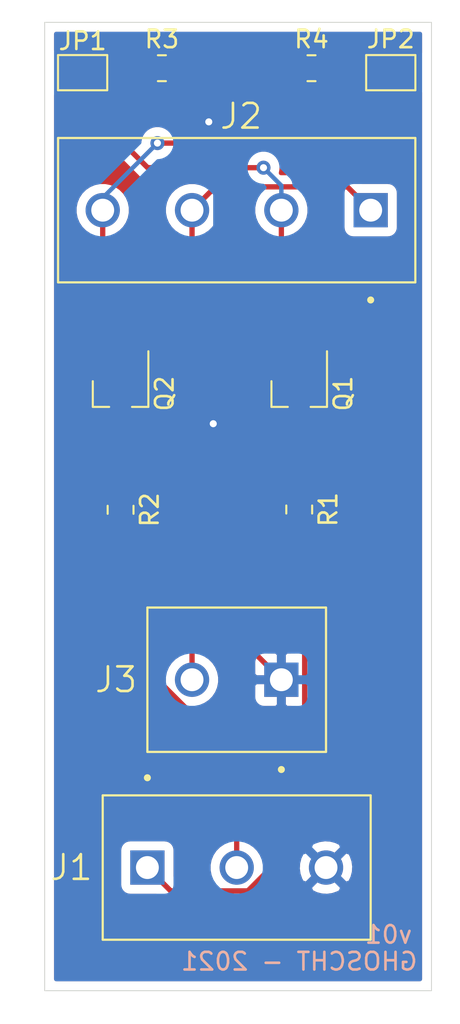
<source format=kicad_pcb>
(kicad_pcb (version 20171130) (host pcbnew "(5.1.10)-1")

  (general
    (thickness 1.6)
    (drawings 6)
    (tracks 48)
    (zones 0)
    (modules 11)
    (nets 11)
  )

  (page A4)
  (title_block
    (title "LED Module")
    (date 2021-08-19)
    (rev v01)
    (comment 4 "Author: GHOSCHT")
  )

  (layers
    (0 F.Cu signal)
    (31 B.Cu signal)
    (32 B.Adhes user)
    (33 F.Adhes user)
    (34 B.Paste user)
    (35 F.Paste user)
    (36 B.SilkS user)
    (37 F.SilkS user)
    (38 B.Mask user)
    (39 F.Mask user)
    (40 Dwgs.User user)
    (41 Cmts.User user)
    (42 Eco1.User user)
    (43 Eco2.User user)
    (44 Edge.Cuts user)
    (45 Margin user)
    (46 B.CrtYd user)
    (47 F.CrtYd user)
    (48 B.Fab user)
    (49 F.Fab user)
  )

  (setup
    (last_trace_width 0.25)
    (user_trace_width 0.3)
    (trace_clearance 0.2)
    (zone_clearance 0.508)
    (zone_45_only no)
    (trace_min 0.2)
    (via_size 0.8)
    (via_drill 0.4)
    (via_min_size 0.4)
    (via_min_drill 0.3)
    (uvia_size 0.3)
    (uvia_drill 0.1)
    (uvias_allowed no)
    (uvia_min_size 0.2)
    (uvia_min_drill 0.1)
    (edge_width 0.05)
    (segment_width 0.2)
    (pcb_text_width 0.3)
    (pcb_text_size 1.5 1.5)
    (mod_edge_width 0.12)
    (mod_text_size 1 1)
    (mod_text_width 0.15)
    (pad_size 1.524 1.524)
    (pad_drill 0.762)
    (pad_to_mask_clearance 0)
    (aux_axis_origin 0 0)
    (visible_elements 7FFFFFFF)
    (pcbplotparams
      (layerselection 0x010fc_ffffffff)
      (usegerberextensions false)
      (usegerberattributes true)
      (usegerberadvancedattributes true)
      (creategerberjobfile true)
      (excludeedgelayer true)
      (linewidth 0.100000)
      (plotframeref false)
      (viasonmask false)
      (mode 1)
      (useauxorigin false)
      (hpglpennumber 1)
      (hpglpenspeed 20)
      (hpglpendiameter 15.000000)
      (psnegative false)
      (psa4output false)
      (plotreference true)
      (plotvalue true)
      (plotinvisibletext false)
      (padsonsilk false)
      (subtractmaskfromsilk false)
      (outputformat 1)
      (mirror false)
      (drillshape 0)
      (scaleselection 1)
      (outputdirectory "Gerber/"))
  )

  (net 0 "")
  (net 1 "Net-(Q1-Pad1)")
  (net 2 "Net-(Q2-Pad1)")
  (net 3 SIG1)
  (net 4 SIG2)
  (net 5 GND)
  (net 6 VCC)
  (net 7 LED1N)
  (net 8 LED2N)
  (net 9 "Net-(JP1-Pad2)")
  (net 10 "Net-(JP2-Pad2)")

  (net_class Default "This is the default net class."
    (clearance 0.2)
    (trace_width 0.25)
    (via_dia 0.8)
    (via_drill 0.4)
    (uvia_dia 0.3)
    (uvia_drill 0.1)
    (add_net GND)
    (add_net LED1N)
    (add_net LED2N)
    (add_net "Net-(JP1-Pad2)")
    (add_net "Net-(JP2-Pad2)")
    (add_net "Net-(Q1-Pad1)")
    (add_net "Net-(Q2-Pad1)")
    (add_net SIG1)
    (add_net SIG2)
    (add_net VCC)
  )

  (module CUI_TB006-508-03BE:CUI_TB006-508-03BE (layer F.Cu) (tedit 6113F46A) (tstamp 611C5DC1)
    (at 142.494 94.742)
    (path /611C0292)
    (fp_text reference J1 (at -4.318 0) (layer F.SilkS)
      (effects (font (size 1.4 1.4) (thickness 0.15)))
    )
    (fp_text value Screw_Terminal_01x03 (at 4.826 5.842) (layer F.Fab)
      (effects (font (size 1.4 1.4) (thickness 0.15)))
    )
    (fp_circle (center 0 -5.1) (end 0.1 -5.1) (layer F.Fab) (width 0.2))
    (fp_circle (center 0 -5.1) (end 0.1 -5.1) (layer F.SilkS) (width 0.2))
    (fp_line (start 12.95 -4.35) (end 12.95 4.35) (layer F.CrtYd) (width 0.05))
    (fp_line (start -2.79 4.35) (end -2.79 -4.35) (layer F.CrtYd) (width 0.05))
    (fp_line (start 12.95 4.35) (end -2.79 4.35) (layer F.CrtYd) (width 0.05))
    (fp_line (start -2.79 -4.35) (end 12.95 -4.35) (layer F.CrtYd) (width 0.05))
    (fp_line (start 12.7 4.1) (end -2.54 4.1) (layer F.SilkS) (width 0.127))
    (fp_line (start -2.54 -4.1) (end 12.7 -4.1) (layer F.SilkS) (width 0.127))
    (fp_line (start 12.7 -4.1) (end 12.7 4.1) (layer F.SilkS) (width 0.127))
    (fp_line (start -2.54 4.1) (end -2.54 -4.1) (layer F.SilkS) (width 0.127))
    (fp_line (start 12.7 4.1) (end -2.54 4.1) (layer F.Fab) (width 0.127))
    (fp_line (start 12.7 -4.1) (end 12.7 4.1) (layer F.Fab) (width 0.127))
    (fp_line (start -2.54 -4.1) (end 12.7 -4.1) (layer F.Fab) (width 0.127))
    (fp_line (start -2.54 4.1) (end -2.54 -4.1) (layer F.Fab) (width 0.127))
    (pad 1 thru_hole rect (at 0 0) (size 1.95 1.95) (drill 1.3) (layers *.Cu *.Mask)
      (net 3 SIG1))
    (pad 2 thru_hole circle (at 5.08 0) (size 1.95 1.95) (drill 1.3) (layers *.Cu *.Mask)
      (net 4 SIG2))
    (pad 3 thru_hole circle (at 10.16 0) (size 1.95 1.95) (drill 1.3) (layers *.Cu *.Mask)
      (net 5 GND))
    (model ${KIPRJMOD}/Libraries/CUI_TB006-508-03BE.models/TB006-508-03BE.step
      (at (xyz 0 0 0))
      (scale (xyz 1 1 1))
      (rotate (xyz -90 0 0))
    )
  )

  (module CUI_TB006-508-04BE:CUI_TB006-508-04BE (layer F.Cu) (tedit 611C0388) (tstamp 611C611E)
    (at 155.194 57.404 180)
    (path /611C148E)
    (fp_text reference J2 (at 7.366 5.334) (layer F.SilkS)
      (effects (font (size 1.4 1.4) (thickness 0.15)))
    )
    (fp_text value Screw_Terminal_01x04 (at 7.62 -5.08) (layer F.Fab)
      (effects (font (size 1.4 1.4) (thickness 0.15)))
    )
    (fp_line (start -2.54 4.1) (end -2.54 -4.1) (layer F.Fab) (width 0.127))
    (fp_line (start -2.54 -4.1) (end 17.78 -4.1) (layer F.Fab) (width 0.127))
    (fp_line (start 17.78 -4.1) (end 17.78 4.1) (layer F.Fab) (width 0.127))
    (fp_line (start 17.78 4.1) (end -2.54 4.1) (layer F.Fab) (width 0.127))
    (fp_line (start -2.54 4.1) (end -2.54 -4.1) (layer F.SilkS) (width 0.127))
    (fp_line (start 17.78 -4.1) (end 17.78 4.1) (layer F.SilkS) (width 0.127))
    (fp_line (start -2.54 -4.1) (end 17.78 -4.1) (layer F.SilkS) (width 0.127))
    (fp_line (start 17.78 4.1) (end -2.54 4.1) (layer F.SilkS) (width 0.127))
    (fp_line (start -2.79 -4.35) (end 18.03 -4.35) (layer F.CrtYd) (width 0.05))
    (fp_line (start 18.03 4.35) (end -2.79 4.35) (layer F.CrtYd) (width 0.05))
    (fp_line (start -2.79 4.35) (end -2.79 -4.35) (layer F.CrtYd) (width 0.05))
    (fp_line (start 18.03 -4.35) (end 18.03 4.35) (layer F.CrtYd) (width 0.05))
    (fp_circle (center 0 -5.1) (end 0.1 -5.1) (layer F.SilkS) (width 0.2))
    (fp_circle (center 0 -5.1) (end 0.1 -5.1) (layer F.Fab) (width 0.2))
    (pad 1 thru_hole rect (at 0 0 180) (size 1.95 1.95) (drill 1.3) (layers *.Cu *.Mask)
      (net 6 VCC))
    (pad 2 thru_hole circle (at 5.08 0 180) (size 1.95 1.95) (drill 1.3) (layers *.Cu *.Mask)
      (net 7 LED1N))
    (pad 3 thru_hole circle (at 10.16 0 180) (size 1.95 1.95) (drill 1.3) (layers *.Cu *.Mask)
      (net 6 VCC))
    (pad 4 thru_hole circle (at 15.24 0 180) (size 1.95 1.95) (drill 1.3) (layers *.Cu *.Mask)
      (net 8 LED2N))
    (model ${KIPRJMOD}/Libraries/CUI_TB006-508-04BE.models/CUI_DEVICES_TB006-508-04BE.step
      (offset (xyz 20.4 4 0))
      (scale (xyz 1 1 1))
      (rotate (xyz -90 0 90))
    )
  )

  (module Package_TO_SOT_SMD:SOT-23_Handsoldering (layer F.Cu) (tedit 5A0AB76C) (tstamp 611C6428)
    (at 151.13 67.818 270)
    (descr "SOT-23, Handsoldering")
    (tags SOT-23)
    (path /611C28DF)
    (attr smd)
    (fp_text reference Q1 (at 0 -2.5 90) (layer F.SilkS)
      (effects (font (size 1 1) (thickness 0.15)))
    )
    (fp_text value Q_NPN_BCE (at 0 2.5 90) (layer F.Fab)
      (effects (font (size 1 1) (thickness 0.15)))
    )
    (fp_line (start 0.76 1.58) (end 0.76 0.65) (layer F.SilkS) (width 0.12))
    (fp_line (start 0.76 -1.58) (end 0.76 -0.65) (layer F.SilkS) (width 0.12))
    (fp_line (start -2.7 -1.75) (end 2.7 -1.75) (layer F.CrtYd) (width 0.05))
    (fp_line (start 2.7 -1.75) (end 2.7 1.75) (layer F.CrtYd) (width 0.05))
    (fp_line (start 2.7 1.75) (end -2.7 1.75) (layer F.CrtYd) (width 0.05))
    (fp_line (start -2.7 1.75) (end -2.7 -1.75) (layer F.CrtYd) (width 0.05))
    (fp_line (start 0.76 -1.58) (end -2.4 -1.58) (layer F.SilkS) (width 0.12))
    (fp_line (start -0.7 -0.95) (end -0.7 1.5) (layer F.Fab) (width 0.1))
    (fp_line (start -0.15 -1.52) (end 0.7 -1.52) (layer F.Fab) (width 0.1))
    (fp_line (start -0.7 -0.95) (end -0.15 -1.52) (layer F.Fab) (width 0.1))
    (fp_line (start 0.7 -1.52) (end 0.7 1.52) (layer F.Fab) (width 0.1))
    (fp_line (start -0.7 1.52) (end 0.7 1.52) (layer F.Fab) (width 0.1))
    (fp_line (start 0.76 1.58) (end -0.7 1.58) (layer F.SilkS) (width 0.12))
    (fp_text user %R (at 0 0) (layer F.Fab)
      (effects (font (size 0.5 0.5) (thickness 0.075)))
    )
    (pad 1 smd rect (at -1.5 -0.95 270) (size 1.9 0.8) (layers F.Cu F.Paste F.Mask)
      (net 1 "Net-(Q1-Pad1)"))
    (pad 2 smd rect (at -1.5 0.95 270) (size 1.9 0.8) (layers F.Cu F.Paste F.Mask)
      (net 7 LED1N))
    (pad 3 smd rect (at 1.5 0 270) (size 1.9 0.8) (layers F.Cu F.Paste F.Mask)
      (net 5 GND))
    (model ${KISYS3DMOD}/Package_TO_SOT_SMD.3dshapes/SOT-23.wrl
      (at (xyz 0 0 0))
      (scale (xyz 1 1 1))
      (rotate (xyz 0 0 0))
    )
  )

  (module Package_TO_SOT_SMD:SOT-23_Handsoldering (layer F.Cu) (tedit 5A0AB76C) (tstamp 611C643D)
    (at 140.97 67.818 270)
    (descr "SOT-23, Handsoldering")
    (tags SOT-23)
    (path /611C3B1E)
    (attr smd)
    (fp_text reference Q2 (at 0 -2.5 90) (layer F.SilkS)
      (effects (font (size 1 1) (thickness 0.15)))
    )
    (fp_text value Q_NPN_BCE (at 0 2.5 90) (layer F.Fab)
      (effects (font (size 1 1) (thickness 0.15)))
    )
    (fp_line (start 0.76 1.58) (end -0.7 1.58) (layer F.SilkS) (width 0.12))
    (fp_line (start -0.7 1.52) (end 0.7 1.52) (layer F.Fab) (width 0.1))
    (fp_line (start 0.7 -1.52) (end 0.7 1.52) (layer F.Fab) (width 0.1))
    (fp_line (start -0.7 -0.95) (end -0.15 -1.52) (layer F.Fab) (width 0.1))
    (fp_line (start -0.15 -1.52) (end 0.7 -1.52) (layer F.Fab) (width 0.1))
    (fp_line (start -0.7 -0.95) (end -0.7 1.5) (layer F.Fab) (width 0.1))
    (fp_line (start 0.76 -1.58) (end -2.4 -1.58) (layer F.SilkS) (width 0.12))
    (fp_line (start -2.7 1.75) (end -2.7 -1.75) (layer F.CrtYd) (width 0.05))
    (fp_line (start 2.7 1.75) (end -2.7 1.75) (layer F.CrtYd) (width 0.05))
    (fp_line (start 2.7 -1.75) (end 2.7 1.75) (layer F.CrtYd) (width 0.05))
    (fp_line (start -2.7 -1.75) (end 2.7 -1.75) (layer F.CrtYd) (width 0.05))
    (fp_line (start 0.76 -1.58) (end 0.76 -0.65) (layer F.SilkS) (width 0.12))
    (fp_line (start 0.76 1.58) (end 0.76 0.65) (layer F.SilkS) (width 0.12))
    (fp_text user %R (at 0 0) (layer F.Fab)
      (effects (font (size 0.5 0.5) (thickness 0.075)))
    )
    (pad 3 smd rect (at 1.5 0 270) (size 1.9 0.8) (layers F.Cu F.Paste F.Mask)
      (net 5 GND))
    (pad 2 smd rect (at -1.5 0.95 270) (size 1.9 0.8) (layers F.Cu F.Paste F.Mask)
      (net 8 LED2N))
    (pad 1 smd rect (at -1.5 -0.95 270) (size 1.9 0.8) (layers F.Cu F.Paste F.Mask)
      (net 2 "Net-(Q2-Pad1)"))
    (model ${KISYS3DMOD}/Package_TO_SOT_SMD.3dshapes/SOT-23.wrl
      (at (xyz 0 0 0))
      (scale (xyz 1 1 1))
      (rotate (xyz 0 0 0))
    )
  )

  (module CUI_TB006-508-02BE:CUI_TB006-508-02BE (layer F.Cu) (tedit 611C079C) (tstamp 611C65CD)
    (at 150.114 84.074 180)
    (path /611DE627)
    (fp_text reference J3 (at 9.398 0) (layer F.SilkS)
      (effects (font (size 1.4 1.4) (thickness 0.15)))
    )
    (fp_text value Screw_Terminal_01x02 (at 2.54 5.334) (layer F.Fab)
      (effects (font (size 1.4 1.4) (thickness 0.15)))
    )
    (fp_circle (center 0 -5.1) (end 0.1 -5.1) (layer F.Fab) (width 0.2))
    (fp_circle (center 0 -5.1) (end 0.1 -5.1) (layer F.SilkS) (width 0.2))
    (fp_line (start 7.87 -4.35) (end 7.87 4.35) (layer F.CrtYd) (width 0.05))
    (fp_line (start -2.79 4.35) (end -2.79 -4.35) (layer F.CrtYd) (width 0.05))
    (fp_line (start 7.87 4.35) (end -2.79 4.35) (layer F.CrtYd) (width 0.05))
    (fp_line (start -2.79 -4.35) (end 7.87 -4.35) (layer F.CrtYd) (width 0.05))
    (fp_line (start 7.62 4.1) (end -2.54 4.1) (layer F.SilkS) (width 0.127))
    (fp_line (start -2.54 -4.1) (end 7.62 -4.1) (layer F.SilkS) (width 0.127))
    (fp_line (start 7.62 -4.1) (end 7.62 4.1) (layer F.SilkS) (width 0.127))
    (fp_line (start -2.54 4.1) (end -2.54 -4.1) (layer F.SilkS) (width 0.127))
    (fp_line (start 7.62 4.1) (end -2.54 4.1) (layer F.Fab) (width 0.127))
    (fp_line (start 7.62 -4.1) (end 7.62 4.1) (layer F.Fab) (width 0.127))
    (fp_line (start -2.54 -4.1) (end 7.62 -4.1) (layer F.Fab) (width 0.127))
    (fp_line (start -2.54 4.1) (end -2.54 -4.1) (layer F.Fab) (width 0.127))
    (pad 1 thru_hole rect (at 0 0 180) (size 1.95 1.95) (drill 1.3) (layers *.Cu *.Mask)
      (net 5 GND))
    (pad 2 thru_hole circle (at 5.08 0 180) (size 1.95 1.95) (drill 1.3) (layers *.Cu *.Mask)
      (net 6 VCC))
    (model ${KIPRJMOD}/Libraries/CUI_TB006-508-02BE.models/CUI_DEVICES_TB006-508-02BE.step
      (offset (xyz 10.15 4.1 0))
      (scale (xyz 1 1 1))
      (rotate (xyz -90 0 90))
    )
  )

  (module Resistor_SMD:R_0805_2012Metric_Pad1.20x1.40mm_HandSolder (layer F.Cu) (tedit 5F68FEEE) (tstamp 611F11E0)
    (at 151.13 74.406 270)
    (descr "Resistor SMD 0805 (2012 Metric), square (rectangular) end terminal, IPC_7351 nominal with elongated pad for handsoldering. (Body size source: IPC-SM-782 page 72, https://www.pcb-3d.com/wordpress/wp-content/uploads/ipc-sm-782a_amendment_1_and_2.pdf), generated with kicad-footprint-generator")
    (tags "resistor handsolder")
    (path /611DFF5B)
    (attr smd)
    (fp_text reference R1 (at 0 -1.65 90) (layer F.SilkS)
      (effects (font (size 1 1) (thickness 0.15)))
    )
    (fp_text value 470 (at 0 1.65 90) (layer F.Fab)
      (effects (font (size 1 1) (thickness 0.15)))
    )
    (fp_line (start 1.85 0.95) (end -1.85 0.95) (layer F.CrtYd) (width 0.05))
    (fp_line (start 1.85 -0.95) (end 1.85 0.95) (layer F.CrtYd) (width 0.05))
    (fp_line (start -1.85 -0.95) (end 1.85 -0.95) (layer F.CrtYd) (width 0.05))
    (fp_line (start -1.85 0.95) (end -1.85 -0.95) (layer F.CrtYd) (width 0.05))
    (fp_line (start -0.227064 0.735) (end 0.227064 0.735) (layer F.SilkS) (width 0.12))
    (fp_line (start -0.227064 -0.735) (end 0.227064 -0.735) (layer F.SilkS) (width 0.12))
    (fp_line (start 1 0.625) (end -1 0.625) (layer F.Fab) (width 0.1))
    (fp_line (start 1 -0.625) (end 1 0.625) (layer F.Fab) (width 0.1))
    (fp_line (start -1 -0.625) (end 1 -0.625) (layer F.Fab) (width 0.1))
    (fp_line (start -1 0.625) (end -1 -0.625) (layer F.Fab) (width 0.1))
    (fp_text user %R (at 0 0 90) (layer F.Fab)
      (effects (font (size 0.5 0.5) (thickness 0.08)))
    )
    (pad 1 smd roundrect (at -1 0 270) (size 1.2 1.4) (layers F.Cu F.Paste F.Mask) (roundrect_rratio 0.2083325)
      (net 1 "Net-(Q1-Pad1)"))
    (pad 2 smd roundrect (at 1 0 270) (size 1.2 1.4) (layers F.Cu F.Paste F.Mask) (roundrect_rratio 0.2083325)
      (net 3 SIG1))
    (model ${KISYS3DMOD}/Resistor_SMD.3dshapes/R_0805_2012Metric.wrl
      (at (xyz 0 0 0))
      (scale (xyz 1 1 1))
      (rotate (xyz 0 0 0))
    )
  )

  (module Resistor_SMD:R_0805_2012Metric_Pad1.20x1.40mm_HandSolder (layer F.Cu) (tedit 5F68FEEE) (tstamp 611C65EF)
    (at 140.97 74.422 270)
    (descr "Resistor SMD 0805 (2012 Metric), square (rectangular) end terminal, IPC_7351 nominal with elongated pad for handsoldering. (Body size source: IPC-SM-782 page 72, https://www.pcb-3d.com/wordpress/wp-content/uploads/ipc-sm-782a_amendment_1_and_2.pdf), generated with kicad-footprint-generator")
    (tags "resistor handsolder")
    (path /611E2082)
    (attr smd)
    (fp_text reference R2 (at 0 -1.65 90) (layer F.SilkS)
      (effects (font (size 1 1) (thickness 0.15)))
    )
    (fp_text value 470 (at 0 1.65 90) (layer F.Fab)
      (effects (font (size 1 1) (thickness 0.15)))
    )
    (fp_line (start -1 0.625) (end -1 -0.625) (layer F.Fab) (width 0.1))
    (fp_line (start -1 -0.625) (end 1 -0.625) (layer F.Fab) (width 0.1))
    (fp_line (start 1 -0.625) (end 1 0.625) (layer F.Fab) (width 0.1))
    (fp_line (start 1 0.625) (end -1 0.625) (layer F.Fab) (width 0.1))
    (fp_line (start -0.227064 -0.735) (end 0.227064 -0.735) (layer F.SilkS) (width 0.12))
    (fp_line (start -0.227064 0.735) (end 0.227064 0.735) (layer F.SilkS) (width 0.12))
    (fp_line (start -1.85 0.95) (end -1.85 -0.95) (layer F.CrtYd) (width 0.05))
    (fp_line (start -1.85 -0.95) (end 1.85 -0.95) (layer F.CrtYd) (width 0.05))
    (fp_line (start 1.85 -0.95) (end 1.85 0.95) (layer F.CrtYd) (width 0.05))
    (fp_line (start 1.85 0.95) (end -1.85 0.95) (layer F.CrtYd) (width 0.05))
    (fp_text user %R (at 0 0 90) (layer F.Fab)
      (effects (font (size 0.5 0.5) (thickness 0.08)))
    )
    (pad 2 smd roundrect (at 1 0 270) (size 1.2 1.4) (layers F.Cu F.Paste F.Mask) (roundrect_rratio 0.2083325)
      (net 4 SIG2))
    (pad 1 smd roundrect (at -1 0 270) (size 1.2 1.4) (layers F.Cu F.Paste F.Mask) (roundrect_rratio 0.2083325)
      (net 2 "Net-(Q2-Pad1)"))
    (model ${KISYS3DMOD}/Resistor_SMD.3dshapes/R_0805_2012Metric.wrl
      (at (xyz 0 0 0))
      (scale (xyz 1 1 1))
      (rotate (xyz 0 0 0))
    )
  )

  (module Jumper:SolderJumper-2_P1.3mm_Open_Pad1.0x1.5mm (layer F.Cu) (tedit 5A3EABFC) (tstamp 611F45AD)
    (at 138.811 49.5935)
    (descr "SMD Solder Jumper, 1x1.5mm Pads, 0.3mm gap, open")
    (tags "solder jumper open")
    (path /611EF295)
    (attr virtual)
    (fp_text reference JP1 (at 0 -1.8) (layer F.SilkS)
      (effects (font (size 1 1) (thickness 0.15)))
    )
    (fp_text value Jumper (at 0 1.9) (layer F.Fab)
      (effects (font (size 1 1) (thickness 0.15)))
    )
    (fp_line (start -1.4 1) (end -1.4 -1) (layer F.SilkS) (width 0.12))
    (fp_line (start 1.4 1) (end -1.4 1) (layer F.SilkS) (width 0.12))
    (fp_line (start 1.4 -1) (end 1.4 1) (layer F.SilkS) (width 0.12))
    (fp_line (start -1.4 -1) (end 1.4 -1) (layer F.SilkS) (width 0.12))
    (fp_line (start -1.65 -1.25) (end 1.65 -1.25) (layer F.CrtYd) (width 0.05))
    (fp_line (start -1.65 -1.25) (end -1.65 1.25) (layer F.CrtYd) (width 0.05))
    (fp_line (start 1.65 1.25) (end 1.65 -1.25) (layer F.CrtYd) (width 0.05))
    (fp_line (start 1.65 1.25) (end -1.65 1.25) (layer F.CrtYd) (width 0.05))
    (pad 2 smd rect (at 0.65 0) (size 1 1.5) (layers F.Cu F.Mask)
      (net 9 "Net-(JP1-Pad2)"))
    (pad 1 smd rect (at -0.65 0) (size 1 1.5) (layers F.Cu F.Mask)
      (net 7 LED1N))
  )

  (module Jumper:SolderJumper-2_P1.3mm_Open_Pad1.0x1.5mm (layer F.Cu) (tedit 5A3EABFC) (tstamp 61239CDF)
    (at 156.337 49.5935 180)
    (descr "SMD Solder Jumper, 1x1.5mm Pads, 0.3mm gap, open")
    (tags "solder jumper open")
    (path /611F131A)
    (attr virtual)
    (fp_text reference JP2 (at 0 1.905) (layer F.SilkS)
      (effects (font (size 1 1) (thickness 0.15)))
    )
    (fp_text value Jumper (at 0 -1.905) (layer F.Fab)
      (effects (font (size 1 1) (thickness 0.15)))
    )
    (fp_line (start 1.65 1.25) (end -1.65 1.25) (layer F.CrtYd) (width 0.05))
    (fp_line (start 1.65 1.25) (end 1.65 -1.25) (layer F.CrtYd) (width 0.05))
    (fp_line (start -1.65 -1.25) (end -1.65 1.25) (layer F.CrtYd) (width 0.05))
    (fp_line (start -1.65 -1.25) (end 1.65 -1.25) (layer F.CrtYd) (width 0.05))
    (fp_line (start -1.4 -1) (end 1.4 -1) (layer F.SilkS) (width 0.12))
    (fp_line (start 1.4 -1) (end 1.4 1) (layer F.SilkS) (width 0.12))
    (fp_line (start 1.4 1) (end -1.4 1) (layer F.SilkS) (width 0.12))
    (fp_line (start -1.4 1) (end -1.4 -1) (layer F.SilkS) (width 0.12))
    (pad 1 smd rect (at -0.65 0 180) (size 1 1.5) (layers F.Cu F.Mask)
      (net 8 LED2N))
    (pad 2 smd rect (at 0.65 0 180) (size 1 1.5) (layers F.Cu F.Mask)
      (net 10 "Net-(JP2-Pad2)"))
  )

  (module Resistor_SMD:R_0805_2012Metric_Pad1.20x1.40mm_HandSolder (layer F.Cu) (tedit 5F68FEEE) (tstamp 611F45CC)
    (at 143.3195 49.3395)
    (descr "Resistor SMD 0805 (2012 Metric), square (rectangular) end terminal, IPC_7351 nominal with elongated pad for handsoldering. (Body size source: IPC-SM-782 page 72, https://www.pcb-3d.com/wordpress/wp-content/uploads/ipc-sm-782a_amendment_1_and_2.pdf), generated with kicad-footprint-generator")
    (tags "resistor handsolder")
    (path /611F381A)
    (attr smd)
    (fp_text reference R3 (at 0 -1.65) (layer F.SilkS)
      (effects (font (size 1 1) (thickness 0.15)))
    )
    (fp_text value 10k (at 0 1.65) (layer F.Fab)
      (effects (font (size 1 1) (thickness 0.15)))
    )
    (fp_line (start -1 0.625) (end -1 -0.625) (layer F.Fab) (width 0.1))
    (fp_line (start -1 -0.625) (end 1 -0.625) (layer F.Fab) (width 0.1))
    (fp_line (start 1 -0.625) (end 1 0.625) (layer F.Fab) (width 0.1))
    (fp_line (start 1 0.625) (end -1 0.625) (layer F.Fab) (width 0.1))
    (fp_line (start -0.227064 -0.735) (end 0.227064 -0.735) (layer F.SilkS) (width 0.12))
    (fp_line (start -0.227064 0.735) (end 0.227064 0.735) (layer F.SilkS) (width 0.12))
    (fp_line (start -1.85 0.95) (end -1.85 -0.95) (layer F.CrtYd) (width 0.05))
    (fp_line (start -1.85 -0.95) (end 1.85 -0.95) (layer F.CrtYd) (width 0.05))
    (fp_line (start 1.85 -0.95) (end 1.85 0.95) (layer F.CrtYd) (width 0.05))
    (fp_line (start 1.85 0.95) (end -1.85 0.95) (layer F.CrtYd) (width 0.05))
    (fp_text user %R (at 0 0) (layer F.Fab)
      (effects (font (size 0.5 0.5) (thickness 0.08)))
    )
    (pad 1 smd roundrect (at -1 0) (size 1.2 1.4) (layers F.Cu F.Paste F.Mask) (roundrect_rratio 0.2083325)
      (net 9 "Net-(JP1-Pad2)"))
    (pad 2 smd roundrect (at 1 0) (size 1.2 1.4) (layers F.Cu F.Paste F.Mask) (roundrect_rratio 0.2083325)
      (net 5 GND))
    (model ${KISYS3DMOD}/Resistor_SMD.3dshapes/R_0805_2012Metric.wrl
      (at (xyz 0 0 0))
      (scale (xyz 1 1 1))
      (rotate (xyz 0 0 0))
    )
  )

  (module Resistor_SMD:R_0805_2012Metric_Pad1.20x1.40mm_HandSolder (layer F.Cu) (tedit 5F68FEEE) (tstamp 611F45DD)
    (at 151.8285 49.3395)
    (descr "Resistor SMD 0805 (2012 Metric), square (rectangular) end terminal, IPC_7351 nominal with elongated pad for handsoldering. (Body size source: IPC-SM-782 page 72, https://www.pcb-3d.com/wordpress/wp-content/uploads/ipc-sm-782a_amendment_1_and_2.pdf), generated with kicad-footprint-generator")
    (tags "resistor handsolder")
    (path /611F53B7)
    (attr smd)
    (fp_text reference R4 (at 0 -1.65) (layer F.SilkS)
      (effects (font (size 1 1) (thickness 0.15)))
    )
    (fp_text value 10k (at 0 1.65) (layer F.Fab)
      (effects (font (size 1 1) (thickness 0.15)))
    )
    (fp_line (start 1.85 0.95) (end -1.85 0.95) (layer F.CrtYd) (width 0.05))
    (fp_line (start 1.85 -0.95) (end 1.85 0.95) (layer F.CrtYd) (width 0.05))
    (fp_line (start -1.85 -0.95) (end 1.85 -0.95) (layer F.CrtYd) (width 0.05))
    (fp_line (start -1.85 0.95) (end -1.85 -0.95) (layer F.CrtYd) (width 0.05))
    (fp_line (start -0.227064 0.735) (end 0.227064 0.735) (layer F.SilkS) (width 0.12))
    (fp_line (start -0.227064 -0.735) (end 0.227064 -0.735) (layer F.SilkS) (width 0.12))
    (fp_line (start 1 0.625) (end -1 0.625) (layer F.Fab) (width 0.1))
    (fp_line (start 1 -0.625) (end 1 0.625) (layer F.Fab) (width 0.1))
    (fp_line (start -1 -0.625) (end 1 -0.625) (layer F.Fab) (width 0.1))
    (fp_line (start -1 0.625) (end -1 -0.625) (layer F.Fab) (width 0.1))
    (fp_text user %R (at 0 0) (layer F.Fab)
      (effects (font (size 0.5 0.5) (thickness 0.08)))
    )
    (pad 2 smd roundrect (at 1 0) (size 1.2 1.4) (layers F.Cu F.Paste F.Mask) (roundrect_rratio 0.2083325)
      (net 10 "Net-(JP2-Pad2)"))
    (pad 1 smd roundrect (at -1 0) (size 1.2 1.4) (layers F.Cu F.Paste F.Mask) (roundrect_rratio 0.2083325)
      (net 5 GND))
    (model ${KISYS3DMOD}/Resistor_SMD.3dshapes/R_0805_2012Metric.wrl
      (at (xyz 0 0 0))
      (scale (xyz 1 1 1))
      (rotate (xyz 0 0 0))
    )
  )

  (gr_text "GHOSCHT - 2021" (at 151.13 100.076) (layer B.SilkS) (tstamp 611F14EE)
    (effects (font (size 1 1) (thickness 0.15)) (justify mirror))
  )
  (gr_text v01 (at 156.21 98.552) (layer B.SilkS)
    (effects (font (size 1 1) (thickness 0.15)) (justify mirror))
  )
  (gr_line (start 136.652 101.736) (end 158.652 101.736) (layer Edge.Cuts) (width 0.05) (tstamp 611F0E3F))
  (gr_line (start 158.652 46.736) (end 158.652 101.736) (layer Edge.Cuts) (width 0.05) (tstamp 611F0E39))
  (gr_line (start 136.652 46.736) (end 136.652 101.736) (layer Edge.Cuts) (width 0.05))
  (gr_line (start 136.652 46.736) (end 158.652 46.736) (layer Edge.Cuts) (width 0.05))

  (segment (start 152.08 72.456) (end 151.13 73.406) (width 0.3) (layer F.Cu) (net 1))
  (segment (start 152.08 66.318) (end 152.08 72.456) (width 0.3) (layer F.Cu) (net 1))
  (segment (start 141.92 72.472) (end 140.97 73.422) (width 0.3) (layer F.Cu) (net 2))
  (segment (start 141.92 66.318) (end 141.92 72.472) (width 0.3) (layer F.Cu) (net 2))
  (segment (start 151.439001 75.715001) (end 151.13 75.406) (width 0.3) (layer F.Cu) (net 3))
  (segment (start 151.439001 92.838001) (end 151.439001 75.715001) (width 0.3) (layer F.Cu) (net 3))
  (segment (start 143.819001 96.067001) (end 148.210001 96.067001) (width 0.3) (layer F.Cu) (net 3))
  (segment (start 148.210001 96.067001) (end 151.439001 92.838001) (width 0.3) (layer F.Cu) (net 3))
  (segment (start 142.494 94.742) (end 143.819001 96.067001) (width 0.3) (layer F.Cu) (net 3))
  (segment (start 147.574 88.575002) (end 147.574 94.742) (width 0.3) (layer F.Cu) (net 4))
  (segment (start 140.97 81.971002) (end 147.574 88.575002) (width 0.3) (layer F.Cu) (net 4))
  (segment (start 140.97 75.422) (end 140.97 81.971002) (width 0.3) (layer F.Cu) (net 4))
  (segment (start 144.3195 49.3395) (end 150.8285 49.3395) (width 0.3) (layer F.Cu) (net 5))
  (via (at 145.9865 52.3875) (size 0.8) (drill 0.4) (layers F.Cu B.Cu) (net 5))
  (segment (start 149.0345 49.3395) (end 145.9865 52.3875) (width 0.3) (layer F.Cu) (net 5))
  (segment (start 150.8285 49.3395) (end 149.0345 49.3395) (width 0.25) (layer F.Cu) (net 5))
  (via (at 146.2405 69.5325) (size 0.8) (drill 0.4) (layers F.Cu B.Cu) (net 5))
  (segment (start 146.386499 69.386501) (end 146.2405 69.5325) (width 0.25) (layer B.Cu) (net 5))
  (segment (start 146.386499 52.787499) (end 146.386499 69.386501) (width 0.3) (layer B.Cu) (net 5))
  (segment (start 145.9865 52.3875) (end 146.386499 52.787499) (width 0.3) (layer B.Cu) (net 5))
  (segment (start 146.2405 80.2005) (end 150.114 84.074) (width 0.3) (layer F.Cu) (net 5))
  (segment (start 146.2405 69.5325) (end 146.2405 80.2005) (width 0.3) (layer F.Cu) (net 5))
  (segment (start 145.034 84.074) (end 145.034 57.404) (width 0.3) (layer F.Cu) (net 6))
  (segment (start 146.359001 56.078999) (end 145.034 57.404) (width 0.3) (layer F.Cu) (net 6))
  (segment (start 153.868999 56.078999) (end 146.359001 56.078999) (width 0.3) (layer F.Cu) (net 6))
  (segment (start 155.194 57.404) (end 153.868999 56.078999) (width 0.3) (layer F.Cu) (net 6))
  (segment (start 150.114 66.252) (end 150.18 66.318) (width 0.3) (layer F.Cu) (net 7))
  (segment (start 150.114 57.404) (end 150.114 66.252) (width 0.3) (layer F.Cu) (net 7))
  (via (at 149.098 54.991) (size 0.8) (drill 0.4) (layers F.Cu B.Cu) (net 7))
  (segment (start 150.114 56.007) (end 150.114 57.404) (width 0.25) (layer B.Cu) (net 7))
  (segment (start 149.098 54.991) (end 150.114 56.007) (width 0.25) (layer B.Cu) (net 7))
  (segment (start 142.5085 54.991) (end 138.161 50.6435) (width 0.3) (layer F.Cu) (net 7))
  (segment (start 138.161 50.6435) (end 138.161 49.5935) (width 0.3) (layer F.Cu) (net 7))
  (segment (start 149.098 54.991) (end 142.5085 54.991) (width 0.3) (layer F.Cu) (net 7))
  (segment (start 139.954 66.252) (end 140.02 66.318) (width 0.3) (layer F.Cu) (net 8))
  (segment (start 139.954 57.404) (end 139.954 66.252) (width 0.3) (layer F.Cu) (net 8))
  (via (at 143.0655 53.594) (size 0.8) (drill 0.4) (layers F.Cu B.Cu) (net 8))
  (segment (start 143.129 53.6575) (end 143.0655 53.594) (width 0.25) (layer F.Cu) (net 8))
  (segment (start 139.954 56.7055) (end 139.954 57.404) (width 0.25) (layer B.Cu) (net 8))
  (segment (start 143.0655 53.594) (end 139.954 56.7055) (width 0.25) (layer B.Cu) (net 8))
  (segment (start 156.987 50.6435) (end 156.987 49.5935) (width 0.3) (layer F.Cu) (net 8))
  (segment (start 154.0365 53.594) (end 156.987 50.6435) (width 0.3) (layer F.Cu) (net 8))
  (segment (start 143.0655 53.594) (end 154.0365 53.594) (width 0.3) (layer F.Cu) (net 8))
  (segment (start 142.0655 49.5935) (end 142.3195 49.3395) (width 0.3) (layer F.Cu) (net 9))
  (segment (start 139.461 49.5935) (end 142.0655 49.5935) (width 0.3) (layer F.Cu) (net 9))
  (segment (start 153.0825 49.5935) (end 152.8285 49.3395) (width 0.25) (layer F.Cu) (net 10))
  (segment (start 155.433 49.3395) (end 155.687 49.5935) (width 0.3) (layer F.Cu) (net 10))
  (segment (start 152.8285 49.3395) (end 155.433 49.3395) (width 0.3) (layer F.Cu) (net 10))

  (zone (net 5) (net_name GND) (layer F.Cu) (tstamp 6123FE17) (hatch edge 0.508)
    (connect_pads (clearance 0.508))
    (min_thickness 0.254)
    (fill yes (arc_segments 32) (thermal_gap 0.508) (thermal_bridge_width 0.508))
    (polygon
      (pts
        (xy 160.274 103.632) (xy 134.112 103.632) (xy 134.112 45.72) (xy 160.274 45.72)
      )
    )
    (filled_polygon
      (pts
        (xy 157.992001 101.076) (xy 137.312 101.076) (xy 137.312 70.268) (xy 139.931928 70.268) (xy 139.944188 70.392482)
        (xy 139.980498 70.51218) (xy 140.039463 70.622494) (xy 140.118815 70.719185) (xy 140.215506 70.798537) (xy 140.32582 70.857502)
        (xy 140.445518 70.893812) (xy 140.57 70.906072) (xy 140.68425 70.903) (xy 140.843 70.74425) (xy 140.843 69.445)
        (xy 140.09375 69.445) (xy 139.935 69.60375) (xy 139.931928 70.268) (xy 137.312 70.268) (xy 137.312 50.876974)
        (xy 137.41682 50.933002) (xy 137.429681 50.936903) (xy 137.432246 50.945359) (xy 137.505138 51.081732) (xy 137.603236 51.201264)
        (xy 137.63319 51.225847) (xy 141.926158 55.518816) (xy 141.950736 55.548764) (xy 141.980684 55.573342) (xy 141.980687 55.573345)
        (xy 142.010059 55.59745) (xy 142.070267 55.646862) (xy 142.20664 55.719754) (xy 142.320172 55.754194) (xy 142.354612 55.764641)
        (xy 142.36899 55.766057) (xy 142.469939 55.776) (xy 142.469946 55.776) (xy 142.508499 55.779797) (xy 142.547052 55.776)
        (xy 145.551842 55.776) (xy 145.477222 55.85062) (xy 145.192571 55.794) (xy 144.875429 55.794) (xy 144.56438 55.855871)
        (xy 144.271379 55.977237) (xy 144.007685 56.153431) (xy 143.783431 56.377685) (xy 143.607237 56.641379) (xy 143.485871 56.93438)
        (xy 143.424 57.245429) (xy 143.424 57.562571) (xy 143.485871 57.87362) (xy 143.607237 58.166621) (xy 143.783431 58.430315)
        (xy 144.007685 58.654569) (xy 144.249001 58.815811) (xy 144.249 82.66219) (xy 144.007685 82.823431) (xy 143.783431 83.047685)
        (xy 143.607237 83.311379) (xy 143.552553 83.443397) (xy 141.755 81.645845) (xy 141.755 76.593944) (xy 141.759851 76.592472)
        (xy 141.913387 76.510405) (xy 142.047962 76.399962) (xy 142.158405 76.265387) (xy 142.240472 76.111851) (xy 142.291008 75.945255)
        (xy 142.308072 75.772001) (xy 142.308072 75.071999) (xy 142.291008 74.898745) (xy 142.240472 74.732149) (xy 142.158405 74.578613)
        (xy 142.047962 74.444038) (xy 142.021109 74.422) (xy 142.047962 74.399962) (xy 142.158405 74.265387) (xy 142.240472 74.111851)
        (xy 142.291008 73.945255) (xy 142.308072 73.772001) (xy 142.308072 73.194085) (xy 142.44781 73.054347) (xy 142.477764 73.029764)
        (xy 142.575862 72.910233) (xy 142.648754 72.77386) (xy 142.661407 72.732149) (xy 142.693642 72.625887) (xy 142.70102 72.550974)
        (xy 142.705 72.510561) (xy 142.705 72.510556) (xy 142.708797 72.472) (xy 142.705 72.433444) (xy 142.705 67.773501)
        (xy 142.771185 67.719185) (xy 142.850537 67.622494) (xy 142.909502 67.51218) (xy 142.945812 67.392482) (xy 142.958072 67.268)
        (xy 142.958072 65.368) (xy 142.945812 65.243518) (xy 142.909502 65.12382) (xy 142.850537 65.013506) (xy 142.771185 64.916815)
        (xy 142.674494 64.837463) (xy 142.56418 64.778498) (xy 142.444482 64.742188) (xy 142.32 64.729928) (xy 141.52 64.729928)
        (xy 141.395518 64.742188) (xy 141.27582 64.778498) (xy 141.165506 64.837463) (xy 141.068815 64.916815) (xy 140.989463 65.013506)
        (xy 140.97 65.049918) (xy 140.950537 65.013506) (xy 140.871185 64.916815) (xy 140.774494 64.837463) (xy 140.739 64.818491)
        (xy 140.739 58.81581) (xy 140.980315 58.654569) (xy 141.204569 58.430315) (xy 141.380763 58.166621) (xy 141.502129 57.87362)
        (xy 141.564 57.562571) (xy 141.564 57.245429) (xy 141.502129 56.93438) (xy 141.380763 56.641379) (xy 141.204569 56.377685)
        (xy 140.980315 56.153431) (xy 140.716621 55.977237) (xy 140.42362 55.855871) (xy 140.112571 55.794) (xy 139.795429 55.794)
        (xy 139.48438 55.855871) (xy 139.191379 55.977237) (xy 138.927685 56.153431) (xy 138.703431 56.377685) (xy 138.527237 56.641379)
        (xy 138.405871 56.93438) (xy 138.344 57.245429) (xy 138.344 57.562571) (xy 138.405871 57.87362) (xy 138.527237 58.166621)
        (xy 138.703431 58.430315) (xy 138.927685 58.654569) (xy 139.169 58.81581) (xy 139.169001 64.916662) (xy 139.168815 64.916815)
        (xy 139.089463 65.013506) (xy 139.030498 65.12382) (xy 138.994188 65.243518) (xy 138.981928 65.368) (xy 138.981928 67.268)
        (xy 138.994188 67.392482) (xy 139.030498 67.51218) (xy 139.089463 67.622494) (xy 139.168815 67.719185) (xy 139.265506 67.798537)
        (xy 139.37582 67.857502) (xy 139.495518 67.893812) (xy 139.62 67.906072) (xy 140.131905 67.906072) (xy 140.118815 67.916815)
        (xy 140.039463 68.013506) (xy 139.980498 68.12382) (xy 139.944188 68.243518) (xy 139.931928 68.368) (xy 139.935 69.03225)
        (xy 140.09375 69.191) (xy 140.843 69.191) (xy 140.843 67.89175) (xy 140.758393 67.807143) (xy 140.774494 67.798537)
        (xy 140.871185 67.719185) (xy 140.950537 67.622494) (xy 140.97 67.586082) (xy 140.989463 67.622494) (xy 141.068815 67.719185)
        (xy 141.135 67.773502) (xy 141.135 67.85375) (xy 141.097 67.89175) (xy 141.097 69.191) (xy 141.117 69.191)
        (xy 141.117 69.445) (xy 141.097 69.445) (xy 141.097 70.74425) (xy 141.135001 70.782251) (xy 141.135001 72.146842)
        (xy 141.097915 72.183928) (xy 140.519999 72.183928) (xy 140.346745 72.200992) (xy 140.180149 72.251528) (xy 140.026613 72.333595)
        (xy 139.892038 72.444038) (xy 139.781595 72.578613) (xy 139.699528 72.732149) (xy 139.648992 72.898745) (xy 139.631928 73.071999)
        (xy 139.631928 73.772001) (xy 139.648992 73.945255) (xy 139.699528 74.111851) (xy 139.781595 74.265387) (xy 139.892038 74.399962)
        (xy 139.918891 74.422) (xy 139.892038 74.444038) (xy 139.781595 74.578613) (xy 139.699528 74.732149) (xy 139.648992 74.898745)
        (xy 139.631928 75.071999) (xy 139.631928 75.772001) (xy 139.648992 75.945255) (xy 139.699528 76.111851) (xy 139.781595 76.265387)
        (xy 139.892038 76.399962) (xy 140.026613 76.510405) (xy 140.180149 76.592472) (xy 140.185 76.593944) (xy 140.185001 81.932439)
        (xy 140.181203 81.971002) (xy 140.196359 82.124888) (xy 140.241246 82.272861) (xy 140.241247 82.272862) (xy 140.314139 82.409235)
        (xy 140.35469 82.458646) (xy 140.387655 82.498814) (xy 140.387659 82.498818) (xy 140.412237 82.528766) (xy 140.442185 82.553344)
        (xy 146.789 88.90016) (xy 146.789001 93.33019) (xy 146.547685 93.491431) (xy 146.323431 93.715685) (xy 146.147237 93.979379)
        (xy 146.025871 94.27238) (xy 145.964 94.583429) (xy 145.964 94.900571) (xy 146.025871 95.21162) (xy 146.055024 95.282001)
        (xy 144.144159 95.282001) (xy 144.107072 95.244914) (xy 144.107072 93.767) (xy 144.094812 93.642518) (xy 144.058502 93.52282)
        (xy 143.999537 93.412506) (xy 143.920185 93.315815) (xy 143.823494 93.236463) (xy 143.71318 93.177498) (xy 143.593482 93.141188)
        (xy 143.469 93.128928) (xy 141.519 93.128928) (xy 141.394518 93.141188) (xy 141.27482 93.177498) (xy 141.164506 93.236463)
        (xy 141.067815 93.315815) (xy 140.988463 93.412506) (xy 140.929498 93.52282) (xy 140.893188 93.642518) (xy 140.880928 93.767)
        (xy 140.880928 95.717) (xy 140.893188 95.841482) (xy 140.929498 95.96118) (xy 140.988463 96.071494) (xy 141.067815 96.168185)
        (xy 141.164506 96.247537) (xy 141.27482 96.306502) (xy 141.394518 96.342812) (xy 141.519 96.355072) (xy 142.996914 96.355072)
        (xy 143.236659 96.594817) (xy 143.261237 96.624765) (xy 143.291185 96.649343) (xy 143.291188 96.649346) (xy 143.32056 96.673451)
        (xy 143.380768 96.722863) (xy 143.517141 96.795755) (xy 143.630673 96.830195) (xy 143.665113 96.840642) (xy 143.679491 96.842058)
        (xy 143.78044 96.852001) (xy 143.780447 96.852001) (xy 143.819 96.855798) (xy 143.857553 96.852001) (xy 148.171448 96.852001)
        (xy 148.210001 96.855798) (xy 148.248554 96.852001) (xy 148.248562 96.852001) (xy 148.363888 96.840642) (xy 148.511861 96.795755)
        (xy 148.648234 96.722863) (xy 148.767765 96.624765) (xy 148.792348 96.594811) (xy 149.527575 95.859584) (xy 151.716021 95.859584)
        (xy 151.808766 96.121429) (xy 152.09412 96.25982) (xy 152.40099 96.339883) (xy 152.717584 96.35854) (xy 153.031733 96.315074)
        (xy 153.331367 96.211156) (xy 153.499234 96.121429) (xy 153.591979 95.859584) (xy 152.654 94.921605) (xy 151.716021 95.859584)
        (xy 149.527575 95.859584) (xy 151.111873 94.275286) (xy 151.056117 94.48899) (xy 151.03746 94.805584) (xy 151.080926 95.119733)
        (xy 151.184844 95.419367) (xy 151.274571 95.587234) (xy 151.536416 95.679979) (xy 152.474395 94.742) (xy 152.833605 94.742)
        (xy 153.771584 95.679979) (xy 154.033429 95.587234) (xy 154.17182 95.30188) (xy 154.251883 94.99501) (xy 154.27054 94.678416)
        (xy 154.227074 94.364267) (xy 154.123156 94.064633) (xy 154.033429 93.896766) (xy 153.771584 93.804021) (xy 152.833605 94.742)
        (xy 152.474395 94.742) (xy 152.460253 94.727858) (xy 152.639858 94.548253) (xy 152.654 94.562395) (xy 153.591979 93.624416)
        (xy 153.499234 93.362571) (xy 153.21388 93.22418) (xy 152.90701 93.144117) (xy 152.590416 93.12546) (xy 152.276267 93.168926)
        (xy 152.123992 93.221738) (xy 152.167755 93.139861) (xy 152.17014 93.132) (xy 152.212643 92.991888) (xy 152.220021 92.916975)
        (xy 152.224001 92.876562) (xy 152.224001 92.876557) (xy 152.227798 92.838001) (xy 152.224001 92.799445) (xy 152.224001 76.364418)
        (xy 152.318405 76.249387) (xy 152.400472 76.095851) (xy 152.451008 75.929255) (xy 152.468072 75.756001) (xy 152.468072 75.055999)
        (xy 152.451008 74.882745) (xy 152.400472 74.716149) (xy 152.318405 74.562613) (xy 152.207962 74.428038) (xy 152.181109 74.406)
        (xy 152.207962 74.383962) (xy 152.318405 74.249387) (xy 152.400472 74.095851) (xy 152.451008 73.929255) (xy 152.468072 73.756001)
        (xy 152.468072 73.178085) (xy 152.60781 73.038347) (xy 152.637764 73.013764) (xy 152.735862 72.894233) (xy 152.808754 72.75786)
        (xy 152.821407 72.716149) (xy 152.853642 72.609887) (xy 152.863424 72.510561) (xy 152.865 72.494561) (xy 152.865 72.494556)
        (xy 152.868797 72.456) (xy 152.865 72.417444) (xy 152.865 67.773501) (xy 152.931185 67.719185) (xy 153.010537 67.622494)
        (xy 153.069502 67.51218) (xy 153.105812 67.392482) (xy 153.118072 67.268) (xy 153.118072 65.368) (xy 153.105812 65.243518)
        (xy 153.069502 65.12382) (xy 153.010537 65.013506) (xy 152.931185 64.916815) (xy 152.834494 64.837463) (xy 152.72418 64.778498)
        (xy 152.604482 64.742188) (xy 152.48 64.729928) (xy 151.68 64.729928) (xy 151.555518 64.742188) (xy 151.43582 64.778498)
        (xy 151.325506 64.837463) (xy 151.228815 64.916815) (xy 151.149463 65.013506) (xy 151.13 65.049918) (xy 151.110537 65.013506)
        (xy 151.031185 64.916815) (xy 150.934494 64.837463) (xy 150.899 64.818491) (xy 150.899 58.81581) (xy 151.140315 58.654569)
        (xy 151.364569 58.430315) (xy 151.540763 58.166621) (xy 151.662129 57.87362) (xy 151.724 57.562571) (xy 151.724 57.245429)
        (xy 151.662129 56.93438) (xy 151.632976 56.863999) (xy 153.543842 56.863999) (xy 153.580928 56.901085) (xy 153.580928 58.379)
        (xy 153.593188 58.503482) (xy 153.629498 58.62318) (xy 153.688463 58.733494) (xy 153.767815 58.830185) (xy 153.864506 58.909537)
        (xy 153.97482 58.968502) (xy 154.094518 59.004812) (xy 154.219 59.017072) (xy 156.169 59.017072) (xy 156.293482 59.004812)
        (xy 156.41318 58.968502) (xy 156.523494 58.909537) (xy 156.620185 58.830185) (xy 156.699537 58.733494) (xy 156.758502 58.62318)
        (xy 156.794812 58.503482) (xy 156.807072 58.379) (xy 156.807072 56.429) (xy 156.794812 56.304518) (xy 156.758502 56.18482)
        (xy 156.699537 56.074506) (xy 156.620185 55.977815) (xy 156.523494 55.898463) (xy 156.41318 55.839498) (xy 156.293482 55.803188)
        (xy 156.169 55.790928) (xy 154.691085 55.790928) (xy 154.451346 55.551189) (xy 154.426763 55.521235) (xy 154.307232 55.423137)
        (xy 154.170859 55.350245) (xy 154.022886 55.305358) (xy 153.90756 55.293999) (xy 153.907552 55.293999) (xy 153.868999 55.290202)
        (xy 153.830446 55.293999) (xy 150.09277 55.293999) (xy 150.093226 55.292898) (xy 150.133 55.092939) (xy 150.133 54.889061)
        (xy 150.093226 54.689102) (xy 150.015205 54.500744) (xy 149.933858 54.379) (xy 153.997947 54.379) (xy 154.0365 54.382797)
        (xy 154.075053 54.379) (xy 154.075061 54.379) (xy 154.190387 54.367641) (xy 154.33836 54.322754) (xy 154.474733 54.249862)
        (xy 154.594264 54.151764) (xy 154.618847 54.12181) (xy 157.514817 51.225841) (xy 157.544764 51.201264) (xy 157.569346 51.171312)
        (xy 157.59345 51.141941) (xy 157.642862 51.081733) (xy 157.715754 50.94536) (xy 157.718319 50.936903) (xy 157.73118 50.933002)
        (xy 157.841494 50.874037) (xy 157.938185 50.794685) (xy 157.992 50.729111)
      )
    )
    (filled_polygon
      (pts
        (xy 148.565871 56.93438) (xy 148.504 57.245429) (xy 148.504 57.562571) (xy 148.565871 57.87362) (xy 148.687237 58.166621)
        (xy 148.863431 58.430315) (xy 149.087685 58.654569) (xy 149.329 58.81581) (xy 149.329001 64.916662) (xy 149.328815 64.916815)
        (xy 149.249463 65.013506) (xy 149.190498 65.12382) (xy 149.154188 65.243518) (xy 149.141928 65.368) (xy 149.141928 67.268)
        (xy 149.154188 67.392482) (xy 149.190498 67.51218) (xy 149.249463 67.622494) (xy 149.328815 67.719185) (xy 149.425506 67.798537)
        (xy 149.53582 67.857502) (xy 149.655518 67.893812) (xy 149.78 67.906072) (xy 150.291905 67.906072) (xy 150.278815 67.916815)
        (xy 150.199463 68.013506) (xy 150.140498 68.12382) (xy 150.104188 68.243518) (xy 150.091928 68.368) (xy 150.095 69.03225)
        (xy 150.25375 69.191) (xy 151.003 69.191) (xy 151.003 67.89175) (xy 150.918393 67.807143) (xy 150.934494 67.798537)
        (xy 151.031185 67.719185) (xy 151.110537 67.622494) (xy 151.13 67.586082) (xy 151.149463 67.622494) (xy 151.228815 67.719185)
        (xy 151.295 67.773502) (xy 151.295 67.85375) (xy 151.257 67.89175) (xy 151.257 69.191) (xy 151.277 69.191)
        (xy 151.277 69.445) (xy 151.257 69.445) (xy 151.257 70.74425) (xy 151.295001 70.782251) (xy 151.295001 72.130842)
        (xy 151.257915 72.167928) (xy 150.679999 72.167928) (xy 150.506745 72.184992) (xy 150.340149 72.235528) (xy 150.186613 72.317595)
        (xy 150.052038 72.428038) (xy 149.941595 72.562613) (xy 149.859528 72.716149) (xy 149.808992 72.882745) (xy 149.791928 73.055999)
        (xy 149.791928 73.756001) (xy 149.808992 73.929255) (xy 149.859528 74.095851) (xy 149.941595 74.249387) (xy 150.052038 74.383962)
        (xy 150.078891 74.406) (xy 150.052038 74.428038) (xy 149.941595 74.562613) (xy 149.859528 74.716149) (xy 149.808992 74.882745)
        (xy 149.791928 75.055999) (xy 149.791928 75.756001) (xy 149.808992 75.929255) (xy 149.859528 76.095851) (xy 149.941595 76.249387)
        (xy 150.052038 76.383962) (xy 150.186613 76.494405) (xy 150.340149 76.576472) (xy 150.506745 76.627008) (xy 150.654002 76.641512)
        (xy 150.654002 82.462867) (xy 150.39975 82.464) (xy 150.241 82.62275) (xy 150.241 83.947) (xy 150.261 83.947)
        (xy 150.261 84.201) (xy 150.241 84.201) (xy 150.241 85.52525) (xy 150.39975 85.684) (xy 150.654001 85.685133)
        (xy 150.654001 92.512844) (xy 149.055447 94.111398) (xy 149.000763 93.979379) (xy 148.824569 93.715685) (xy 148.600315 93.491431)
        (xy 148.359 93.33019) (xy 148.359 88.613554) (xy 148.362797 88.575001) (xy 148.359 88.536448) (xy 148.359 88.536441)
        (xy 148.347641 88.421115) (xy 148.302754 88.273142) (xy 148.229862 88.136769) (xy 148.131764 88.017238) (xy 148.101817 87.992661)
        (xy 145.664603 85.555447) (xy 145.796621 85.500763) (xy 146.060315 85.324569) (xy 146.284569 85.100315) (xy 146.318856 85.049)
        (xy 148.500928 85.049) (xy 148.513188 85.173482) (xy 148.549498 85.29318) (xy 148.608463 85.403494) (xy 148.687815 85.500185)
        (xy 148.784506 85.579537) (xy 148.89482 85.638502) (xy 149.014518 85.674812) (xy 149.139 85.687072) (xy 149.82825 85.684)
        (xy 149.987 85.52525) (xy 149.987 84.201) (xy 148.66275 84.201) (xy 148.504 84.35975) (xy 148.500928 85.049)
        (xy 146.318856 85.049) (xy 146.460763 84.836621) (xy 146.582129 84.54362) (xy 146.644 84.232571) (xy 146.644 83.915429)
        (xy 146.582129 83.60438) (xy 146.460763 83.311379) (xy 146.318857 83.099) (xy 148.500928 83.099) (xy 148.504 83.78825)
        (xy 148.66275 83.947) (xy 149.987 83.947) (xy 149.987 82.62275) (xy 149.82825 82.464) (xy 149.139 82.460928)
        (xy 149.014518 82.473188) (xy 148.89482 82.509498) (xy 148.784506 82.568463) (xy 148.687815 82.647815) (xy 148.608463 82.744506)
        (xy 148.549498 82.85482) (xy 148.513188 82.974518) (xy 148.500928 83.099) (xy 146.318857 83.099) (xy 146.284569 83.047685)
        (xy 146.060315 82.823431) (xy 145.819 82.66219) (xy 145.819 70.268) (xy 150.091928 70.268) (xy 150.104188 70.392482)
        (xy 150.140498 70.51218) (xy 150.199463 70.622494) (xy 150.278815 70.719185) (xy 150.375506 70.798537) (xy 150.48582 70.857502)
        (xy 150.605518 70.893812) (xy 150.73 70.906072) (xy 150.84425 70.903) (xy 151.003 70.74425) (xy 151.003 69.445)
        (xy 150.25375 69.445) (xy 150.095 69.60375) (xy 150.091928 70.268) (xy 145.819 70.268) (xy 145.819 58.81581)
        (xy 146.060315 58.654569) (xy 146.284569 58.430315) (xy 146.460763 58.166621) (xy 146.582129 57.87362) (xy 146.644 57.562571)
        (xy 146.644 57.245429) (xy 146.58738 56.960778) (xy 146.684159 56.863999) (xy 148.595024 56.863999)
      )
    )
    (filled_polygon
      (pts
        (xy 157.992 48.457889) (xy 157.938185 48.392315) (xy 157.841494 48.312963) (xy 157.73118 48.253998) (xy 157.611482 48.217688)
        (xy 157.487 48.205428) (xy 156.487 48.205428) (xy 156.362518 48.217688) (xy 156.337 48.225429) (xy 156.311482 48.217688)
        (xy 156.187 48.205428) (xy 155.187 48.205428) (xy 155.062518 48.217688) (xy 154.94282 48.253998) (xy 154.832506 48.312963)
        (xy 154.735815 48.392315) (xy 154.656463 48.489006) (xy 154.621455 48.5545) (xy 154.000444 48.5545) (xy 153.998972 48.549649)
        (xy 153.916905 48.396113) (xy 153.806462 48.261538) (xy 153.671887 48.151095) (xy 153.518351 48.069028) (xy 153.351755 48.018492)
        (xy 153.178501 48.001428) (xy 152.478499 48.001428) (xy 152.305245 48.018492) (xy 152.138649 48.069028) (xy 151.985113 48.151095)
        (xy 151.903863 48.217776) (xy 151.879685 48.188315) (xy 151.782994 48.108963) (xy 151.67268 48.049998) (xy 151.552982 48.013688)
        (xy 151.4285 48.001428) (xy 151.11425 48.0045) (xy 150.9555 48.16325) (xy 150.9555 49.2125) (xy 150.9755 49.2125)
        (xy 150.9755 49.4665) (xy 150.9555 49.4665) (xy 150.9555 50.51575) (xy 151.11425 50.6745) (xy 151.4285 50.677572)
        (xy 151.552982 50.665312) (xy 151.67268 50.629002) (xy 151.782994 50.570037) (xy 151.879685 50.490685) (xy 151.903863 50.461224)
        (xy 151.985113 50.527905) (xy 152.138649 50.609972) (xy 152.305245 50.660508) (xy 152.478499 50.677572) (xy 153.178501 50.677572)
        (xy 153.351755 50.660508) (xy 153.518351 50.609972) (xy 153.671887 50.527905) (xy 153.806462 50.417462) (xy 153.916905 50.282887)
        (xy 153.998972 50.129351) (xy 154.000444 50.1245) (xy 154.548928 50.1245) (xy 154.548928 50.3435) (xy 154.561188 50.467982)
        (xy 154.597498 50.58768) (xy 154.656463 50.697994) (xy 154.735815 50.794685) (xy 154.832506 50.874037) (xy 154.94282 50.933002)
        (xy 155.062518 50.969312) (xy 155.187 50.981572) (xy 155.53877 50.981572) (xy 153.711343 52.809) (xy 143.744211 52.809)
        (xy 143.725274 52.790063) (xy 143.555756 52.676795) (xy 143.367398 52.598774) (xy 143.167439 52.559) (xy 142.963561 52.559)
        (xy 142.763602 52.598774) (xy 142.575244 52.676795) (xy 142.405726 52.790063) (xy 142.261563 52.934226) (xy 142.148295 53.103744)
        (xy 142.070274 53.292102) (xy 142.045302 53.417644) (xy 139.609229 50.981572) (xy 139.961 50.981572) (xy 140.085482 50.969312)
        (xy 140.20518 50.933002) (xy 140.315494 50.874037) (xy 140.412185 50.794685) (xy 140.491537 50.697994) (xy 140.550502 50.58768)
        (xy 140.586812 50.467982) (xy 140.595625 50.3785) (xy 141.309563 50.3785) (xy 141.341538 50.417462) (xy 141.476113 50.527905)
        (xy 141.629649 50.609972) (xy 141.796245 50.660508) (xy 141.969499 50.677572) (xy 142.669501 50.677572) (xy 142.842755 50.660508)
        (xy 143.009351 50.609972) (xy 143.162887 50.527905) (xy 143.244137 50.461224) (xy 143.268315 50.490685) (xy 143.365006 50.570037)
        (xy 143.47532 50.629002) (xy 143.595018 50.665312) (xy 143.7195 50.677572) (xy 144.03375 50.6745) (xy 144.1925 50.51575)
        (xy 144.1925 49.4665) (xy 144.4465 49.4665) (xy 144.4465 50.51575) (xy 144.60525 50.6745) (xy 144.9195 50.677572)
        (xy 145.043982 50.665312) (xy 145.16368 50.629002) (xy 145.273994 50.570037) (xy 145.370685 50.490685) (xy 145.450037 50.393994)
        (xy 145.509002 50.28368) (xy 145.545312 50.163982) (xy 145.557572 50.0395) (xy 149.590428 50.0395) (xy 149.602688 50.163982)
        (xy 149.638998 50.28368) (xy 149.697963 50.393994) (xy 149.777315 50.490685) (xy 149.874006 50.570037) (xy 149.98432 50.629002)
        (xy 150.104018 50.665312) (xy 150.2285 50.677572) (xy 150.54275 50.6745) (xy 150.7015 50.51575) (xy 150.7015 49.4665)
        (xy 149.75225 49.4665) (xy 149.5935 49.62525) (xy 149.590428 50.0395) (xy 145.557572 50.0395) (xy 145.5545 49.62525)
        (xy 145.39575 49.4665) (xy 144.4465 49.4665) (xy 144.1925 49.4665) (xy 144.1725 49.4665) (xy 144.1725 49.2125)
        (xy 144.1925 49.2125) (xy 144.1925 48.16325) (xy 144.4465 48.16325) (xy 144.4465 49.2125) (xy 145.39575 49.2125)
        (xy 145.5545 49.05375) (xy 145.557572 48.6395) (xy 149.590428 48.6395) (xy 149.5935 49.05375) (xy 149.75225 49.2125)
        (xy 150.7015 49.2125) (xy 150.7015 48.16325) (xy 150.54275 48.0045) (xy 150.2285 48.001428) (xy 150.104018 48.013688)
        (xy 149.98432 48.049998) (xy 149.874006 48.108963) (xy 149.777315 48.188315) (xy 149.697963 48.285006) (xy 149.638998 48.39532)
        (xy 149.602688 48.515018) (xy 149.590428 48.6395) (xy 145.557572 48.6395) (xy 145.545312 48.515018) (xy 145.509002 48.39532)
        (xy 145.450037 48.285006) (xy 145.370685 48.188315) (xy 145.273994 48.108963) (xy 145.16368 48.049998) (xy 145.043982 48.013688)
        (xy 144.9195 48.001428) (xy 144.60525 48.0045) (xy 144.4465 48.16325) (xy 144.1925 48.16325) (xy 144.03375 48.0045)
        (xy 143.7195 48.001428) (xy 143.595018 48.013688) (xy 143.47532 48.049998) (xy 143.365006 48.108963) (xy 143.268315 48.188315)
        (xy 143.244137 48.217776) (xy 143.162887 48.151095) (xy 143.009351 48.069028) (xy 142.842755 48.018492) (xy 142.669501 48.001428)
        (xy 141.969499 48.001428) (xy 141.796245 48.018492) (xy 141.629649 48.069028) (xy 141.476113 48.151095) (xy 141.341538 48.261538)
        (xy 141.231095 48.396113) (xy 141.149028 48.549649) (xy 141.098492 48.716245) (xy 141.089406 48.8085) (xy 140.595625 48.8085)
        (xy 140.586812 48.719018) (xy 140.550502 48.59932) (xy 140.491537 48.489006) (xy 140.412185 48.392315) (xy 140.315494 48.312963)
        (xy 140.20518 48.253998) (xy 140.085482 48.217688) (xy 139.961 48.205428) (xy 138.961 48.205428) (xy 138.836518 48.217688)
        (xy 138.811 48.225429) (xy 138.785482 48.217688) (xy 138.661 48.205428) (xy 137.661 48.205428) (xy 137.536518 48.217688)
        (xy 137.41682 48.253998) (xy 137.312 48.310026) (xy 137.312 47.396) (xy 157.992 47.396)
      )
    )
  )
  (zone (net 5) (net_name GND) (layer B.Cu) (tstamp 6123FE14) (hatch edge 0.508)
    (connect_pads (clearance 0.508))
    (min_thickness 0.254)
    (fill yes (arc_segments 32) (thermal_gap 0.508) (thermal_bridge_width 0.508))
    (polygon
      (pts
        (xy 160.274 103.124) (xy 135.128 103.124) (xy 135.128 45.466) (xy 160.274 45.466)
      )
    )
    (filled_polygon
      (pts
        (xy 157.992001 101.076) (xy 137.312 101.076) (xy 137.312 93.767) (xy 140.880928 93.767) (xy 140.880928 95.717)
        (xy 140.893188 95.841482) (xy 140.929498 95.96118) (xy 140.988463 96.071494) (xy 141.067815 96.168185) (xy 141.164506 96.247537)
        (xy 141.27482 96.306502) (xy 141.394518 96.342812) (xy 141.519 96.355072) (xy 143.469 96.355072) (xy 143.593482 96.342812)
        (xy 143.71318 96.306502) (xy 143.823494 96.247537) (xy 143.920185 96.168185) (xy 143.999537 96.071494) (xy 144.058502 95.96118)
        (xy 144.094812 95.841482) (xy 144.107072 95.717) (xy 144.107072 94.583429) (xy 145.964 94.583429) (xy 145.964 94.900571)
        (xy 146.025871 95.21162) (xy 146.147237 95.504621) (xy 146.323431 95.768315) (xy 146.547685 95.992569) (xy 146.811379 96.168763)
        (xy 147.10438 96.290129) (xy 147.415429 96.352) (xy 147.732571 96.352) (xy 148.04362 96.290129) (xy 148.336621 96.168763)
        (xy 148.600315 95.992569) (xy 148.7333 95.859584) (xy 151.716021 95.859584) (xy 151.808766 96.121429) (xy 152.09412 96.25982)
        (xy 152.40099 96.339883) (xy 152.717584 96.35854) (xy 153.031733 96.315074) (xy 153.331367 96.211156) (xy 153.499234 96.121429)
        (xy 153.591979 95.859584) (xy 152.654 94.921605) (xy 151.716021 95.859584) (xy 148.7333 95.859584) (xy 148.824569 95.768315)
        (xy 149.000763 95.504621) (xy 149.122129 95.21162) (xy 149.184 94.900571) (xy 149.184 94.805584) (xy 151.03746 94.805584)
        (xy 151.080926 95.119733) (xy 151.184844 95.419367) (xy 151.274571 95.587234) (xy 151.536416 95.679979) (xy 152.474395 94.742)
        (xy 152.833605 94.742) (xy 153.771584 95.679979) (xy 154.033429 95.587234) (xy 154.17182 95.30188) (xy 154.251883 94.99501)
        (xy 154.27054 94.678416) (xy 154.227074 94.364267) (xy 154.123156 94.064633) (xy 154.033429 93.896766) (xy 153.771584 93.804021)
        (xy 152.833605 94.742) (xy 152.474395 94.742) (xy 151.536416 93.804021) (xy 151.274571 93.896766) (xy 151.13618 94.18212)
        (xy 151.056117 94.48899) (xy 151.03746 94.805584) (xy 149.184 94.805584) (xy 149.184 94.583429) (xy 149.122129 94.27238)
        (xy 149.000763 93.979379) (xy 148.824569 93.715685) (xy 148.7333 93.624416) (xy 151.716021 93.624416) (xy 152.654 94.562395)
        (xy 153.591979 93.624416) (xy 153.499234 93.362571) (xy 153.21388 93.22418) (xy 152.90701 93.144117) (xy 152.590416 93.12546)
        (xy 152.276267 93.168926) (xy 151.976633 93.272844) (xy 151.808766 93.362571) (xy 151.716021 93.624416) (xy 148.7333 93.624416)
        (xy 148.600315 93.491431) (xy 148.336621 93.315237) (xy 148.04362 93.193871) (xy 147.732571 93.132) (xy 147.415429 93.132)
        (xy 147.10438 93.193871) (xy 146.811379 93.315237) (xy 146.547685 93.491431) (xy 146.323431 93.715685) (xy 146.147237 93.979379)
        (xy 146.025871 94.27238) (xy 145.964 94.583429) (xy 144.107072 94.583429) (xy 144.107072 93.767) (xy 144.094812 93.642518)
        (xy 144.058502 93.52282) (xy 143.999537 93.412506) (xy 143.920185 93.315815) (xy 143.823494 93.236463) (xy 143.71318 93.177498)
        (xy 143.593482 93.141188) (xy 143.469 93.128928) (xy 141.519 93.128928) (xy 141.394518 93.141188) (xy 141.27482 93.177498)
        (xy 141.164506 93.236463) (xy 141.067815 93.315815) (xy 140.988463 93.412506) (xy 140.929498 93.52282) (xy 140.893188 93.642518)
        (xy 140.880928 93.767) (xy 137.312 93.767) (xy 137.312 83.915429) (xy 143.424 83.915429) (xy 143.424 84.232571)
        (xy 143.485871 84.54362) (xy 143.607237 84.836621) (xy 143.783431 85.100315) (xy 144.007685 85.324569) (xy 144.271379 85.500763)
        (xy 144.56438 85.622129) (xy 144.875429 85.684) (xy 145.192571 85.684) (xy 145.50362 85.622129) (xy 145.796621 85.500763)
        (xy 146.060315 85.324569) (xy 146.284569 85.100315) (xy 146.318856 85.049) (xy 148.500928 85.049) (xy 148.513188 85.173482)
        (xy 148.549498 85.29318) (xy 148.608463 85.403494) (xy 148.687815 85.500185) (xy 148.784506 85.579537) (xy 148.89482 85.638502)
        (xy 149.014518 85.674812) (xy 149.139 85.687072) (xy 149.82825 85.684) (xy 149.987 85.52525) (xy 149.987 84.201)
        (xy 150.241 84.201) (xy 150.241 85.52525) (xy 150.39975 85.684) (xy 151.089 85.687072) (xy 151.213482 85.674812)
        (xy 151.33318 85.638502) (xy 151.443494 85.579537) (xy 151.540185 85.500185) (xy 151.619537 85.403494) (xy 151.678502 85.29318)
        (xy 151.714812 85.173482) (xy 151.727072 85.049) (xy 151.724 84.35975) (xy 151.56525 84.201) (xy 150.241 84.201)
        (xy 149.987 84.201) (xy 148.66275 84.201) (xy 148.504 84.35975) (xy 148.500928 85.049) (xy 146.318856 85.049)
        (xy 146.460763 84.836621) (xy 146.582129 84.54362) (xy 146.644 84.232571) (xy 146.644 83.915429) (xy 146.582129 83.60438)
        (xy 146.460763 83.311379) (xy 146.318857 83.099) (xy 148.500928 83.099) (xy 148.504 83.78825) (xy 148.66275 83.947)
        (xy 149.987 83.947) (xy 149.987 82.62275) (xy 150.241 82.62275) (xy 150.241 83.947) (xy 151.56525 83.947)
        (xy 151.724 83.78825) (xy 151.727072 83.099) (xy 151.714812 82.974518) (xy 151.678502 82.85482) (xy 151.619537 82.744506)
        (xy 151.540185 82.647815) (xy 151.443494 82.568463) (xy 151.33318 82.509498) (xy 151.213482 82.473188) (xy 151.089 82.460928)
        (xy 150.39975 82.464) (xy 150.241 82.62275) (xy 149.987 82.62275) (xy 149.82825 82.464) (xy 149.139 82.460928)
        (xy 149.014518 82.473188) (xy 148.89482 82.509498) (xy 148.784506 82.568463) (xy 148.687815 82.647815) (xy 148.608463 82.744506)
        (xy 148.549498 82.85482) (xy 148.513188 82.974518) (xy 148.500928 83.099) (xy 146.318857 83.099) (xy 146.284569 83.047685)
        (xy 146.060315 82.823431) (xy 145.796621 82.647237) (xy 145.50362 82.525871) (xy 145.192571 82.464) (xy 144.875429 82.464)
        (xy 144.56438 82.525871) (xy 144.271379 82.647237) (xy 144.007685 82.823431) (xy 143.783431 83.047685) (xy 143.607237 83.311379)
        (xy 143.485871 83.60438) (xy 143.424 83.915429) (xy 137.312 83.915429) (xy 137.312 57.245429) (xy 138.344 57.245429)
        (xy 138.344 57.562571) (xy 138.405871 57.87362) (xy 138.527237 58.166621) (xy 138.703431 58.430315) (xy 138.927685 58.654569)
        (xy 139.191379 58.830763) (xy 139.48438 58.952129) (xy 139.795429 59.014) (xy 140.112571 59.014) (xy 140.42362 58.952129)
        (xy 140.716621 58.830763) (xy 140.980315 58.654569) (xy 141.204569 58.430315) (xy 141.380763 58.166621) (xy 141.502129 57.87362)
        (xy 141.564 57.562571) (xy 141.564 57.245429) (xy 143.424 57.245429) (xy 143.424 57.562571) (xy 143.485871 57.87362)
        (xy 143.607237 58.166621) (xy 143.783431 58.430315) (xy 144.007685 58.654569) (xy 144.271379 58.830763) (xy 144.56438 58.952129)
        (xy 144.875429 59.014) (xy 145.192571 59.014) (xy 145.50362 58.952129) (xy 145.796621 58.830763) (xy 146.060315 58.654569)
        (xy 146.284569 58.430315) (xy 146.460763 58.166621) (xy 146.582129 57.87362) (xy 146.644 57.562571) (xy 146.644 57.245429)
        (xy 146.582129 56.93438) (xy 146.460763 56.641379) (xy 146.284569 56.377685) (xy 146.060315 56.153431) (xy 145.796621 55.977237)
        (xy 145.50362 55.855871) (xy 145.192571 55.794) (xy 144.875429 55.794) (xy 144.56438 55.855871) (xy 144.271379 55.977237)
        (xy 144.007685 56.153431) (xy 143.783431 56.377685) (xy 143.607237 56.641379) (xy 143.485871 56.93438) (xy 143.424 57.245429)
        (xy 141.564 57.245429) (xy 141.502129 56.93438) (xy 141.380763 56.641379) (xy 141.265471 56.468831) (xy 142.845241 54.889061)
        (xy 148.063 54.889061) (xy 148.063 55.092939) (xy 148.102774 55.292898) (xy 148.180795 55.481256) (xy 148.294063 55.650774)
        (xy 148.438226 55.794937) (xy 148.607744 55.908205) (xy 148.796102 55.986226) (xy 148.996061 56.026) (xy 149.058199 56.026)
        (xy 149.146398 56.1142) (xy 149.087685 56.153431) (xy 148.863431 56.377685) (xy 148.687237 56.641379) (xy 148.565871 56.93438)
        (xy 148.504 57.245429) (xy 148.504 57.562571) (xy 148.565871 57.87362) (xy 148.687237 58.166621) (xy 148.863431 58.430315)
        (xy 149.087685 58.654569) (xy 149.351379 58.830763) (xy 149.64438 58.952129) (xy 149.955429 59.014) (xy 150.272571 59.014)
        (xy 150.58362 58.952129) (xy 150.876621 58.830763) (xy 151.140315 58.654569) (xy 151.364569 58.430315) (xy 151.540763 58.166621)
        (xy 151.662129 57.87362) (xy 151.724 57.562571) (xy 151.724 57.245429) (xy 151.662129 56.93438) (xy 151.540763 56.641379)
        (xy 151.398857 56.429) (xy 153.580928 56.429) (xy 153.580928 58.379) (xy 153.593188 58.503482) (xy 153.629498 58.62318)
        (xy 153.688463 58.733494) (xy 153.767815 58.830185) (xy 153.864506 58.909537) (xy 153.97482 58.968502) (xy 154.094518 59.004812)
        (xy 154.219 59.017072) (xy 156.169 59.017072) (xy 156.293482 59.004812) (xy 156.41318 58.968502) (xy 156.523494 58.909537)
        (xy 156.620185 58.830185) (xy 156.699537 58.733494) (xy 156.758502 58.62318) (xy 156.794812 58.503482) (xy 156.807072 58.379)
        (xy 156.807072 56.429) (xy 156.794812 56.304518) (xy 156.758502 56.18482) (xy 156.699537 56.074506) (xy 156.620185 55.977815)
        (xy 156.523494 55.898463) (xy 156.41318 55.839498) (xy 156.293482 55.803188) (xy 156.169 55.790928) (xy 154.219 55.790928)
        (xy 154.094518 55.803188) (xy 153.97482 55.839498) (xy 153.864506 55.898463) (xy 153.767815 55.977815) (xy 153.688463 56.074506)
        (xy 153.629498 56.18482) (xy 153.593188 56.304518) (xy 153.580928 56.429) (xy 151.398857 56.429) (xy 151.364569 56.377685)
        (xy 151.140315 56.153431) (xy 150.876621 55.977237) (xy 150.874665 55.976427) (xy 150.874 55.969677) (xy 150.874 55.969667)
        (xy 150.863003 55.858014) (xy 150.819546 55.714753) (xy 150.748975 55.582725) (xy 150.748974 55.582723) (xy 150.677799 55.495997)
        (xy 150.654001 55.466999) (xy 150.625004 55.443202) (xy 150.133 54.951199) (xy 150.133 54.889061) (xy 150.093226 54.689102)
        (xy 150.015205 54.500744) (xy 149.901937 54.331226) (xy 149.757774 54.187063) (xy 149.588256 54.073795) (xy 149.399898 53.995774)
        (xy 149.199939 53.956) (xy 148.996061 53.956) (xy 148.796102 53.995774) (xy 148.607744 54.073795) (xy 148.438226 54.187063)
        (xy 148.294063 54.331226) (xy 148.180795 54.500744) (xy 148.102774 54.689102) (xy 148.063 54.889061) (xy 142.845241 54.889061)
        (xy 143.105303 54.629) (xy 143.167439 54.629) (xy 143.367398 54.589226) (xy 143.555756 54.511205) (xy 143.725274 54.397937)
        (xy 143.869437 54.253774) (xy 143.982705 54.084256) (xy 144.060726 53.895898) (xy 144.1005 53.695939) (xy 144.1005 53.492061)
        (xy 144.060726 53.292102) (xy 143.982705 53.103744) (xy 143.869437 52.934226) (xy 143.725274 52.790063) (xy 143.555756 52.676795)
        (xy 143.367398 52.598774) (xy 143.167439 52.559) (xy 142.963561 52.559) (xy 142.763602 52.598774) (xy 142.575244 52.676795)
        (xy 142.405726 52.790063) (xy 142.261563 52.934226) (xy 142.148295 53.103744) (xy 142.070274 53.292102) (xy 142.0305 53.492061)
        (xy 142.0305 53.554197) (xy 139.789524 55.795175) (xy 139.48438 55.855871) (xy 139.191379 55.977237) (xy 138.927685 56.153431)
        (xy 138.703431 56.377685) (xy 138.527237 56.641379) (xy 138.405871 56.93438) (xy 138.344 57.245429) (xy 137.312 57.245429)
        (xy 137.312 47.396) (xy 157.992 47.396)
      )
    )
  )
)

</source>
